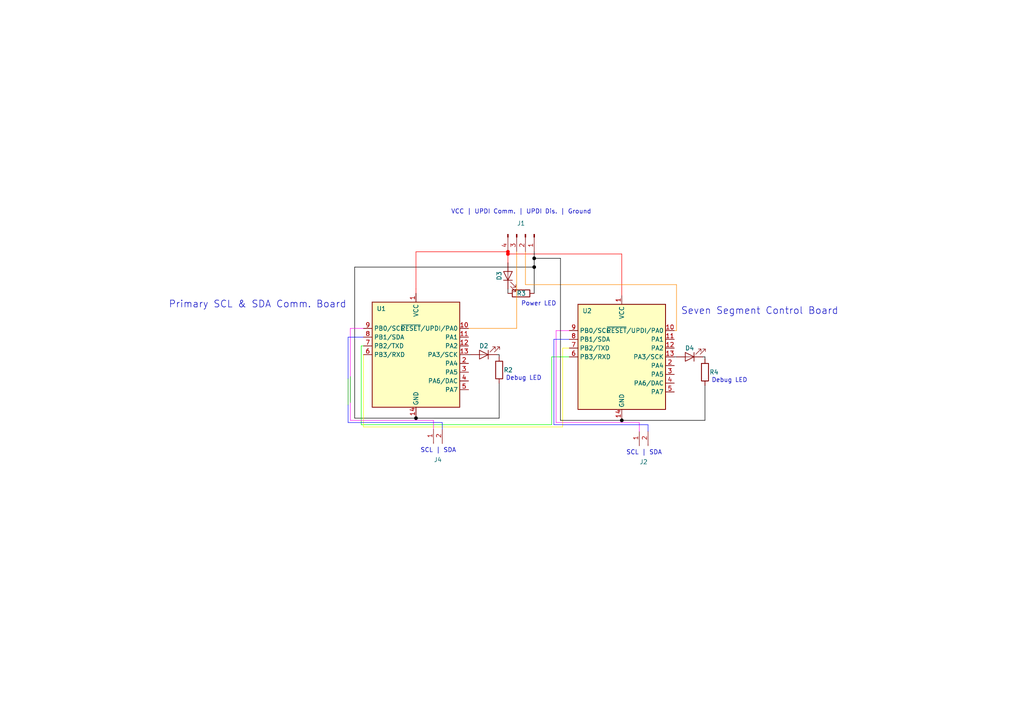
<source format=kicad_sch>
(kicad_sch (version 20211123) (generator eeschema)
  (paper "A4")
  (lib_symbols
    (symbol "Fab Library:Conn_PinHeader_1x02_P2.54mm_Horizontal_SMD" (pin_names (offset 1.016))
      (property "Reference" "J" (at 0 2.54 0))
      (property "Value" "Conn_PinHeader_1x02_P2.54mm_Horizontal_SMD" (at 0 -5.08 0))
      (symbol "Conn_PinHeader_1x02_P2.54mm_Horizontal_SMD_1_1"
        (polyline (pts (xy 1.27 -2.54) (xy 0.8636 -2.54)) (stroke (width 0.1524)))
        (polyline (pts (xy 1.27 0) (xy 0.8636 0)) (stroke (width 0.1524)))
        (pin passive line (at 5.08 0 180) (length 3.81) (name "~") (number "1"))
        (pin passive line (at 5.08 -2.54 180) (length 3.81) (name "~") (number "2"))
      )
    )
    (symbol "Fab Library:Conn_PinHeader_1x04_P2.54mm_Horizontal_SMD" (pin_names (offset 1.016) hide)
      (property "Reference" "J" (at 0 5.08 0))
      (property "Value" "Conn_PinHeader_1x04_P2.54mm_Horizontal_SMD" (at 0 -7.62 0))
      (symbol "Conn_PinHeader_1x04_P2.54mm_Horizontal_SMD_1_1"
        (polyline (pts (xy 1.27 -5.08) (xy 0.8636 -5.08)) (stroke (width 0.1524)))
        (polyline (pts (xy 1.27 -2.54) (xy 0.8636 -2.54)) (stroke (width 0.1524)))
        (polyline (pts (xy 1.27 0) (xy 0.8636 0)) (stroke (width 0.1524)))
        (polyline (pts (xy 1.27 2.54) (xy 0.8636 2.54)) (stroke (width 0.1524)))
        (rectangle (start 0.8636 -4.953) (end 0 -5.207) (stroke (width 0.1524)) (fill (type outline)))
        (rectangle (start 0.8636 -2.413) (end 0 -2.667) (stroke (width 0.1524)) (fill (type outline)))
        (rectangle (start 0.8636 0.127) (end 0 -0.127) (stroke (width 0.1524)) (fill (type outline)))
        (rectangle (start 0.8636 2.667) (end 0 2.413) (stroke (width 0.1524)) (fill (type outline)))
        (pin passive line (at 5.08 2.54 180) (length 3.81) (name "Pin_1") (number "1"))
        (pin passive line (at 5.08 0 180) (length 3.81) (name "Pin_2") (number "2"))
        (pin passive line (at 5.08 -2.54 180) (length 3.81) (name "Pin_3") (number "3"))
        (pin passive line (at 5.08 -5.08 180) (length 3.81) (name "Pin_4") (number "4"))
      )
    )
    (symbol "Fab Library:LED" (pin_numbers hide) (pin_names (offset 1.016) hide)
      (property "Reference" "D" (at 0 2.54 0))
      (property "Value" "LED" (at 0 -2.54 0))
      (symbol "LED_0_1"
        (polyline (pts (xy -1.27 -1.27) (xy -1.27 1.27)) (stroke (width 0.2032)))
        (polyline (pts (xy -1.27 0) (xy 1.27 0)))
        (polyline (pts (xy 1.27 -1.27) (xy 1.27 1.27) (xy -1.27 0) (xy 1.27 -1.27)) (stroke (width 0.2032)))
        (polyline (pts (xy -3.048 -0.762) (xy -4.572 -2.286) (xy -3.81 -2.286) (xy -4.572 -2.286) (xy -4.572 -1.524)))
        (polyline (pts (xy -1.778 -0.762) (xy -3.302 -2.286) (xy -2.54 -2.286) (xy -3.302 -2.286) (xy -3.302 -1.524)))
      )
      (symbol "LED_1_1"
        (pin passive line (at -3.81 0 0) (length 2.54) (name "K") (number "1"))
        (pin passive line (at 3.81 0 180) (length 2.54) (name "A") (number "2"))
      )
    )
    (symbol "Fab Library:Microcontroller_ATtiny1614-SSFR"
      (property "Reference" "U" (at -12.7 17.78 0))
      (property "Value" "Microcontroller_ATtiny1614-SSFR" (at 7.62 17.78 0))
      (symbol "Microcontroller_ATtiny1614-SSFR_0_1"
        (rectangle (start -12.7 -15.24) (end 12.7 15.24) (stroke (width 0.254)) (fill (type background)))
      )
      (symbol "Microcontroller_ATtiny1614-SSFR_1_1"
        (pin power_in line (at 0 17.78 270) (length 2.54) (name "VCC") (number "1"))
        (pin bidirectional line (at 15.24 7.62 180) (length 2.54) (name "~{RESET}/UPDI/PA0") (number "10"))
        (pin bidirectional line (at 15.24 5.08 180) (length 2.54) (name "PA1") (number "11"))
        (pin bidirectional line (at 15.24 2.54 180) (length 2.54) (name "PA2") (number "12"))
        (pin bidirectional line (at 15.24 0 180) (length 2.54) (name "PA3/SCK") (number "13"))
        (pin power_in line (at 0 -17.78 90) (length 2.54) (name "GND") (number "14"))
        (pin bidirectional line (at 15.24 -2.54 180) (length 2.54) (name "PA4") (number "2"))
        (pin bidirectional line (at 15.24 -5.08 180) (length 2.54) (name "PA5") (number "3"))
        (pin bidirectional line (at 15.24 -7.62 180) (length 2.54) (name "PA6/DAC") (number "4"))
        (pin bidirectional line (at 15.24 -10.16 180) (length 2.54) (name "PA7") (number "5"))
        (pin bidirectional line (at -15.24 0 0) (length 2.54) (name "PB3/RXD") (number "6"))
        (pin bidirectional line (at -15.24 2.54 0) (length 2.54) (name "PB2/TXD") (number "7"))
        (pin bidirectional line (at -15.24 5.08 0) (length 2.54) (name "PB1/SDA") (number "8"))
        (pin bidirectional line (at -15.24 7.62 0) (length 2.54) (name "PB0/SCL") (number "9"))
      )
    )
    (symbol "Fab Library:R" (pin_numbers hide) (pin_names (offset 0))
      (property "Reference" "R" (at 2.032 0 90))
      (property "Value" "R" (at 0 0 90))
      (symbol "R_0_1"
        (rectangle (start -1.016 -2.54) (end 1.016 2.54) (stroke (width 0.254)))
      )
      (symbol "R_1_1"
        (pin passive line (at 0 3.81 270) (length 1.27) (name "~") (number "1"))
        (pin passive line (at 0 -3.81 90) (length 1.27) (name "~") (number "2"))
      )
    )
  )
  (junction (at 180.34 121.92) (color 0 0 0 1))
  (junction (at 154.94 77.47) (color 0 0 0 1))
  (junction (at 147.32 73.66) (color 255 0 0 1))
  (junction (at 120.65 121.285) (color 0 0 0 1))
  (junction (at 147.32 73.025) (color 255 0 0 1))
  (junction (at 154.94 74.93) (color 0 0 0 1))
  (wire (pts (xy 162.56 121.92) (xy 180.34 121.92)) (stroke (width 0) (color 0 0 0 1)))
  (wire (pts (xy 105.41 95.25) (xy 101.6 95.25)) (stroke (width 0) (color 255 22 236 1)))
  (wire (pts (xy 120.65 83.82) (xy 120.65 73.025)) (stroke (width 0) (color 253 0 0 1)))
  (wire (pts (xy 154.94 77.47) (xy 154.94 85.09)) (stroke (width 0) (color 0 0 0 1)))
  (wire (pts (xy 154.94 74.93) (xy 154.94 77.47)) (stroke (width 0) (color 0 0 0 1)))
  (wire (pts (xy 102.87 77.47) (xy 102.87 121.285)) (stroke (width 0) (color 0 0 0 1)))
  (wire (pts (xy 160.02 123.19) (xy 160.02 103.505)) (stroke (width 0) (color 5 255 0 1)))
  (wire (pts (xy 185.42 122.555) (xy 185.42 125.095)) (stroke (width 0) (color 255 22 236 1)))
  (wire (pts (xy 163.195 123.825) (xy 163.195 100.965)) (stroke (width 0) (color 255 248 0 1)))
  (wire (pts (xy 101.6 109.22) (xy 101.6 116.84)))
  (wire (pts (xy 160.655 98.425) (xy 160.655 123.19)) (stroke (width 0) (color 14 17 255 1)))
  (wire (pts (xy 120.65 121.285) (xy 120.65 120.65)) (stroke (width 0) (color 0 0 0 1)))
  (wire (pts (xy 105.41 123.825) (xy 163.195 123.825)) (stroke (width 0) (color 255 248 0 1)))
  (wire (pts (xy 100.965 109.855) (xy 100.965 117.475)))
  (wire (pts (xy 135.89 95.25) (xy 149.86 95.25)) (stroke (width 0) (color 255 137 0 1)))
  (wire (pts (xy 120.65 83.82) (xy 120.65 85.09)) (stroke (width 0) (color 255 0 0 1)))
  (wire (pts (xy 180.34 121.92) (xy 180.34 121.285)) (stroke (width 0) (color 0 0 0 1)))
  (wire (pts (xy 180.34 84.455) (xy 180.34 73.66)) (stroke (width 0) (color 253 0 0 1)))
  (wire (pts (xy 100.965 122.555) (xy 128.27 122.555)) (stroke (width 0) (color 14 17 255 1)))
  (wire (pts (xy 105.41 97.79) (xy 100.965 97.79)) (stroke (width 0) (color 14 17 255 1)))
  (wire (pts (xy 161.29 122.555) (xy 185.42 122.555)) (stroke (width 0) (color 255 22 236 1)))
  (wire (pts (xy 154.94 73.025) (xy 154.94 74.93)) (stroke (width 0) (color 0 0 0 1)))
  (wire (pts (xy 187.96 123.19) (xy 187.96 125.095)) (stroke (width 0) (color 14 17 255 1)))
  (wire (pts (xy 163.195 100.965) (xy 165.1 100.965)) (stroke (width 0) (color 255 248 0 1)))
  (wire (pts (xy 162.56 74.93) (xy 162.56 121.92)) (stroke (width 0) (color 0 0 0 1)))
  (wire (pts (xy 180.34 84.455) (xy 180.34 85.725)) (stroke (width 0) (color 255 0 0 1)))
  (wire (pts (xy 144.145 102.87) (xy 144.78 102.87)) (stroke (width 0) (color 0 0 0 1)))
  (wire (pts (xy 102.87 121.285) (xy 120.65 121.285)) (stroke (width 0) (color 0 0 0 1)))
  (wire (pts (xy 152.4 73.025) (xy 152.4 82.55)) (stroke (width 0) (color 255 137 0 1)))
  (wire (pts (xy 100.965 97.79) (xy 100.965 109.855)) (stroke (width 0) (color 14 17 255 1)))
  (wire (pts (xy 105.41 102.87) (xy 105.41 123.825)) (stroke (width 0) (color 255 248 0 1)))
  (wire (pts (xy 147.32 73.025) (xy 147.32 73.66)) (stroke (width 0) (color 253 0 0 1)))
  (wire (pts (xy 101.6 95.25) (xy 101.6 109.22)) (stroke (width 0) (color 255 22 236 1)))
  (wire (pts (xy 152.4 82.55) (xy 196.215 82.55)) (stroke (width 0) (color 255 137 0 1)))
  (wire (pts (xy 160.655 123.19) (xy 187.96 123.19)) (stroke (width 0) (color 14 17 255 1)))
  (wire (pts (xy 144.78 121.285) (xy 120.65 121.285)) (stroke (width 0) (color 0 0 0 1)))
  (wire (pts (xy 204.47 103.505) (xy 204.47 104.14)) (stroke (width 0) (color 0 0 0 1)))
  (wire (pts (xy 135.89 102.87) (xy 136.525 102.87)) (stroke (width 0) (color 2 0 0 1)))
  (wire (pts (xy 105.41 100.33) (xy 104.775 100.33)) (stroke (width 0) (color 5 255 0 1)))
  (wire (pts (xy 102.87 77.47) (xy 154.94 77.47)) (stroke (width 0) (color 0 0 0 1)))
  (wire (pts (xy 104.775 123.19) (xy 160.02 123.19)) (stroke (width 0) (color 5 255 0 1)))
  (wire (pts (xy 147.32 73.66) (xy 147.32 76.2)) (stroke (width 0) (color 253 0 0 1)))
  (wire (pts (xy 104.775 100.33) (xy 104.775 123.19)) (stroke (width 0) (color 5 255 0 1)))
  (wire (pts (xy 100.965 117.475) (xy 100.965 122.555)) (stroke (width 0) (color 14 17 255 1)))
  (wire (pts (xy 204.47 121.92) (xy 180.34 121.92)) (stroke (width 0) (color 0 0 0 1)))
  (wire (pts (xy 195.58 103.505) (xy 196.215 103.505)) (stroke (width 0) (color 2 0 0 1)))
  (wire (pts (xy 165.1 98.425) (xy 160.655 98.425)) (stroke (width 0) (color 14 17 255 1)))
  (wire (pts (xy 196.215 95.885) (xy 195.58 95.885)) (stroke (width 0) (color 255 137 0 1)))
  (wire (pts (xy 147.32 83.82) (xy 147.32 85.09)) (stroke (width 0) (color 0 0 0 1)))
  (wire (pts (xy 144.78 111.125) (xy 144.78 121.285)) (stroke (width 0) (color 0 0 0 1)))
  (wire (pts (xy 165.1 95.885) (xy 161.29 95.885)) (stroke (width 0) (color 255 22 236 1)))
  (wire (pts (xy 161.29 95.885) (xy 161.29 122.555)) (stroke (width 0) (color 255 22 236 1)))
  (wire (pts (xy 120.65 73.025) (xy 147.32 73.025)) (stroke (width 0) (color 253 0 0 1)))
  (wire (pts (xy 125.73 121.92) (xy 125.73 124.46)) (stroke (width 0) (color 255 22 236 1)))
  (wire (pts (xy 149.86 95.25) (xy 149.86 73.025)) (stroke (width 0) (color 255 137 0 1)))
  (wire (pts (xy 204.47 111.76) (xy 204.47 121.92)) (stroke (width 0) (color 0 0 0 1)))
  (wire (pts (xy 128.27 122.555) (xy 128.27 124.46)) (stroke (width 0) (color 14 17 255 1)))
  (wire (pts (xy 196.215 82.55) (xy 196.215 95.885)) (stroke (width 0) (color 255 137 0 1)))
  (wire (pts (xy 160.02 103.505) (xy 165.1 103.505)) (stroke (width 0) (color 5 255 0 1)))
  (wire (pts (xy 101.6 121.92) (xy 125.73 121.92)) (stroke (width 0) (color 255 22 236 1)))
  (wire (pts (xy 144.78 102.87) (xy 144.78 103.505)) (stroke (width 0) (color 0 0 0 1)))
  (wire (pts (xy 180.34 73.66) (xy 147.32 73.66)) (stroke (width 0) (color 253 0 0 1)))
  (wire (pts (xy 203.835 103.505) (xy 204.47 103.505)) (stroke (width 0) (color 0 0 0 1)))
  (wire (pts (xy 101.6 116.84) (xy 101.6 121.92)) (stroke (width 0) (color 255 22 236 1)))
  (wire (pts (xy 162.56 74.93) (xy 154.94 74.93)) (stroke (width 0) (color 0 0 0 1)))
  (text "Primary SCL & SDA Comm. Board" (at 48.895 89.535 0) (effects (font (size 2 2)) (justify left bottom)))
  (text "Debug LED" (at 146.685 110.49 0) (effects (font (size 1.27 1.27)) (justify left bottom)))
  (text "Seven Segment Control Board" (at 197.485 91.44 0) (effects (font (size 2 2)) (justify left bottom)))
  (text "SCL | SDA" (at 181.61 132.08 0) (effects (font (size 1.27 1.27)) (justify left bottom)))
  (text "VCC | UPDI Comm. | UPDI Dis. | Ground" (at 130.81 62.23 0) (effects (font (size 1.27 1.27)) (justify left bottom)))
  (text "Debug LED" (at 206.375 111.125 0) (effects (font (size 1.27 1.27)) (justify left bottom)))
  (text "Power LED" (at 151.13 88.9 0) (effects (font (size 1.27 1.27)) (justify left bottom)))
  (text "SCL | SDA" (at 121.92 131.445 0) (effects (font (size 1.27 1.27)) (justify left bottom)))
  (symbol (lib_id "Fab Library:Conn_PinHeader_1x02_P2.54mm_Horizontal_SMD") (at 125.73 129.54 90) (unit 1)
    (property "Reference" "J4" (at 127 133.35 90))
    (property "Value" "Conn_PinHeader_1x02_P2.54mm_Horizontal_SMD" (effects hide))
    (property "Footprint" "fab:PinHeader_UPDI_01x02_P2.54mm_Horizontal_SMD" (effects hide))
  )
  (symbol (lib_id "Fab Library:R") (at 144.78 107.315 0) (unit 1)
    (property "Reference" "R2" (at 146.05 107.315 0) (effects (justify left)))
    (property "Value" "R" (effects hide))
    (property "Footprint" "fab:R_1206" (effects hide))
  )
  (symbol (lib_id "Fab Library:Conn_PinHeader_1x02_P2.54mm_Horizontal_SMD") (at 185.42 130.175 90) (unit 1)
    (property "Reference" "J2" (at 186.69 133.985 90))
    (property "Value" "Conn_PinHeader_1x02_P2.54mm_Horizontal_SMD" (effects hide))
    (property "Footprint" "fab:PinHeader_UPDI_01x02_P2.54mm_Horizontal_SMD" (effects hide))
  )
  (symbol (lib_id "Fab Library:R") (at 204.47 107.95 0) (unit 1)
    (property "Reference" "R4" (at 205.74 107.95 0) (effects (justify left)))
    (property "Value" "R" (effects hide))
    (property "Footprint" "fab:R_1206" (effects hide))
  )
  (symbol (lib_id "Fab Library:LED") (at 147.32 80.01 90) (unit 1)
    (property "Reference" "D3" (at 144.78 80.01 0))
    (property "Value" "LED" (effects hide))
    (property "Footprint" "fab:LED_1206" (effects hide))
    (property "Datasheet" "https://optoelectronics.liteon.com/upload/download/DS-22-98-0002/LTST-C150CKT.pdf" (effects hide))
  )
  (symbol (lib_id "Fab Library:LED") (at 140.335 102.87 180) (unit 1)
    (property "Reference" "D2" (at 140.335 100.33 0))
    (property "Value" "LED" (effects hide))
    (property "Footprint" "fab:LED_1206" (effects hide))
    (property "Datasheet" "https://optoelectronics.liteon.com/upload/download/DS-22-98-0002/LTST-C150CKT.pdf" (effects hide))
  )
  (symbol (lib_id "Fab Library:Microcontroller_ATtiny1614-SSFR") (at 120.65 102.87 0) (unit 1)
    (property "Reference" "U1" (at 109.22 89.535 0) (effects (justify left)))
    (property "Value" "Microcontroller_ATtiny1614-SSFR" (effects hide))
    (property "Footprint" "fab:SOIC-14_3.9x8.7mm_P1.27mm" (effects hide))
    (property "Datasheet" "http://ww1.microchip.com/downloads/en/DeviceDoc/ATtiny1614-16-17-DataSheet-DS40002204A.pdf" (effects hide))
  )
  (symbol (lib_id "Fab Library:LED") (at 200.025 103.505 180) (unit 1)
    (property "Reference" "D4" (at 200.025 100.965 0))
    (property "Value" "LED" (effects hide))
    (property "Footprint" "fab:LED_1206" (effects hide))
    (property "Datasheet" "https://optoelectronics.liteon.com/upload/download/DS-22-98-0002/LTST-C150CKT.pdf" (effects hide))
  )
  (symbol (lib_id "Fab Library:Microcontroller_ATtiny1614-SSFR") (at 180.34 103.505 0) (unit 1)
    (property "Reference" "U2" (at 168.91 90.17 0) (effects (justify left)))
    (property "Value" "Microcontroller_ATtiny1614-SSFR" (effects hide))
    (property "Footprint" "fab:SOIC-14_3.9x8.7mm_P1.27mm" (effects hide))
    (property "Datasheet" "http://ww1.microchip.com/downloads/en/DeviceDoc/ATtiny1614-16-17-DataSheet-DS40002204A.pdf" (effects hide))
  )
  (symbol (lib_id "Fab Library:R") (at 151.13 85.09 270) (unit 1)
    (property "Reference" "R3" (at 149.86 85.09 90) (effects (justify left)))
    (property "Value" "R" (effects hide))
    (property "Footprint" "fab:R_1206" (effects hide))
  )
  (symbol (lib_id "Fab Library:Conn_PinHeader_1x04_P2.54mm_Horizontal_SMD") (at 152.4 67.945 270) (unit 1)
    (property "Reference" "J1" (at 151.13 64.77 90))
    (property "Value" "Conn_PinHeader_1x04_P2.54mm_Horizontal_SMD" (effects hide))
    (property "Footprint" "fab:PinHeader_1x04_P2.54mm_Horizontal_SMD" (effects hide))
  )
)
</source>
